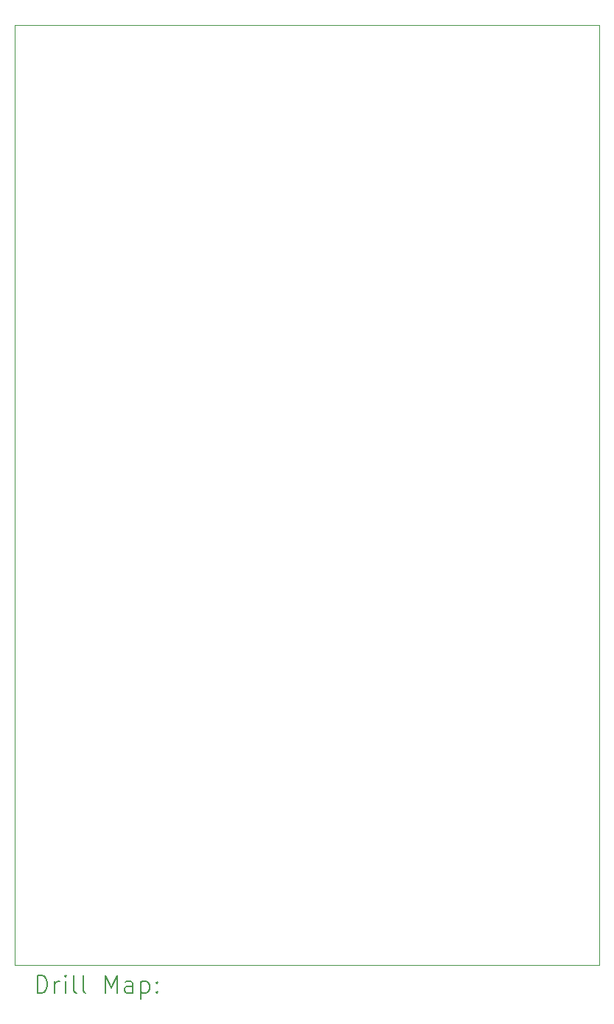
<source format=gbr>
%TF.GenerationSoftware,KiCad,Pcbnew,7.0.7*%
%TF.CreationDate,2025-10-31T21:12:37+08:00*%
%TF.ProjectId,3340_VCO,33333430-5f56-4434-9f2e-6b696361645f,rev?*%
%TF.SameCoordinates,Original*%
%TF.FileFunction,Drillmap*%
%TF.FilePolarity,Positive*%
%FSLAX45Y45*%
G04 Gerber Fmt 4.5, Leading zero omitted, Abs format (unit mm)*
G04 Created by KiCad (PCBNEW 7.0.7) date 2025-10-31 21:12:37*
%MOMM*%
%LPD*%
G01*
G04 APERTURE LIST*
%ADD10C,0.100000*%
%ADD11C,0.200000*%
G04 APERTURE END LIST*
D10*
X6644000Y-4600000D02*
X13356000Y-4600000D01*
X13356000Y-15400000D01*
X6644000Y-15400000D01*
X6644000Y-4600000D01*
D11*
X6899777Y-15716484D02*
X6899777Y-15516484D01*
X6899777Y-15516484D02*
X6947396Y-15516484D01*
X6947396Y-15516484D02*
X6975967Y-15526008D01*
X6975967Y-15526008D02*
X6995015Y-15545055D01*
X6995015Y-15545055D02*
X7004539Y-15564103D01*
X7004539Y-15564103D02*
X7014062Y-15602198D01*
X7014062Y-15602198D02*
X7014062Y-15630769D01*
X7014062Y-15630769D02*
X7004539Y-15668865D01*
X7004539Y-15668865D02*
X6995015Y-15687912D01*
X6995015Y-15687912D02*
X6975967Y-15706960D01*
X6975967Y-15706960D02*
X6947396Y-15716484D01*
X6947396Y-15716484D02*
X6899777Y-15716484D01*
X7099777Y-15716484D02*
X7099777Y-15583150D01*
X7099777Y-15621246D02*
X7109301Y-15602198D01*
X7109301Y-15602198D02*
X7118824Y-15592674D01*
X7118824Y-15592674D02*
X7137872Y-15583150D01*
X7137872Y-15583150D02*
X7156920Y-15583150D01*
X7223586Y-15716484D02*
X7223586Y-15583150D01*
X7223586Y-15516484D02*
X7214062Y-15526008D01*
X7214062Y-15526008D02*
X7223586Y-15535531D01*
X7223586Y-15535531D02*
X7233110Y-15526008D01*
X7233110Y-15526008D02*
X7223586Y-15516484D01*
X7223586Y-15516484D02*
X7223586Y-15535531D01*
X7347396Y-15716484D02*
X7328348Y-15706960D01*
X7328348Y-15706960D02*
X7318824Y-15687912D01*
X7318824Y-15687912D02*
X7318824Y-15516484D01*
X7452158Y-15716484D02*
X7433110Y-15706960D01*
X7433110Y-15706960D02*
X7423586Y-15687912D01*
X7423586Y-15687912D02*
X7423586Y-15516484D01*
X7680729Y-15716484D02*
X7680729Y-15516484D01*
X7680729Y-15516484D02*
X7747396Y-15659341D01*
X7747396Y-15659341D02*
X7814062Y-15516484D01*
X7814062Y-15516484D02*
X7814062Y-15716484D01*
X7995015Y-15716484D02*
X7995015Y-15611722D01*
X7995015Y-15611722D02*
X7985491Y-15592674D01*
X7985491Y-15592674D02*
X7966443Y-15583150D01*
X7966443Y-15583150D02*
X7928348Y-15583150D01*
X7928348Y-15583150D02*
X7909301Y-15592674D01*
X7995015Y-15706960D02*
X7975967Y-15716484D01*
X7975967Y-15716484D02*
X7928348Y-15716484D01*
X7928348Y-15716484D02*
X7909301Y-15706960D01*
X7909301Y-15706960D02*
X7899777Y-15687912D01*
X7899777Y-15687912D02*
X7899777Y-15668865D01*
X7899777Y-15668865D02*
X7909301Y-15649817D01*
X7909301Y-15649817D02*
X7928348Y-15640293D01*
X7928348Y-15640293D02*
X7975967Y-15640293D01*
X7975967Y-15640293D02*
X7995015Y-15630769D01*
X8090253Y-15583150D02*
X8090253Y-15783150D01*
X8090253Y-15592674D02*
X8109301Y-15583150D01*
X8109301Y-15583150D02*
X8147396Y-15583150D01*
X8147396Y-15583150D02*
X8166443Y-15592674D01*
X8166443Y-15592674D02*
X8175967Y-15602198D01*
X8175967Y-15602198D02*
X8185491Y-15621246D01*
X8185491Y-15621246D02*
X8185491Y-15678388D01*
X8185491Y-15678388D02*
X8175967Y-15697436D01*
X8175967Y-15697436D02*
X8166443Y-15706960D01*
X8166443Y-15706960D02*
X8147396Y-15716484D01*
X8147396Y-15716484D02*
X8109301Y-15716484D01*
X8109301Y-15716484D02*
X8090253Y-15706960D01*
X8271205Y-15697436D02*
X8280729Y-15706960D01*
X8280729Y-15706960D02*
X8271205Y-15716484D01*
X8271205Y-15716484D02*
X8261682Y-15706960D01*
X8261682Y-15706960D02*
X8271205Y-15697436D01*
X8271205Y-15697436D02*
X8271205Y-15716484D01*
X8271205Y-15592674D02*
X8280729Y-15602198D01*
X8280729Y-15602198D02*
X8271205Y-15611722D01*
X8271205Y-15611722D02*
X8261682Y-15602198D01*
X8261682Y-15602198D02*
X8271205Y-15592674D01*
X8271205Y-15592674D02*
X8271205Y-15611722D01*
M02*

</source>
